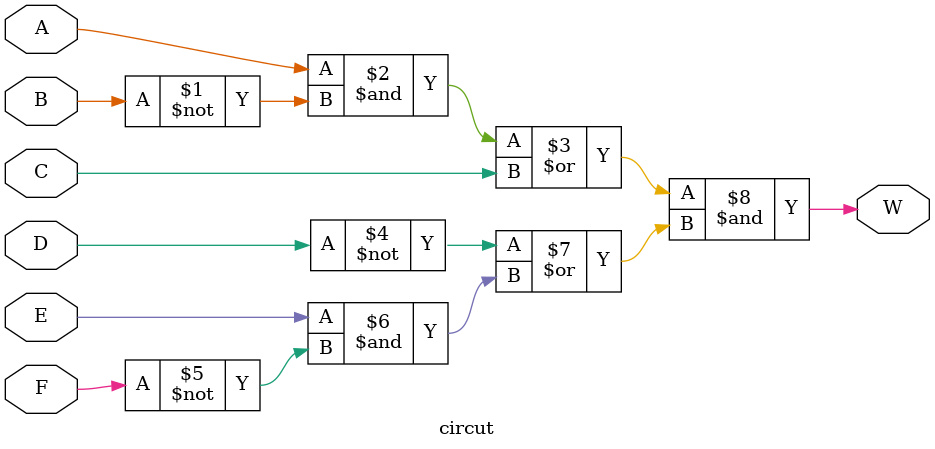
<source format=v>
module circut(input A, B, C, D, E, F, output W);
    assign W = (A & ~ B | C) & (~ D | E & ~F);
endmodule
</source>
